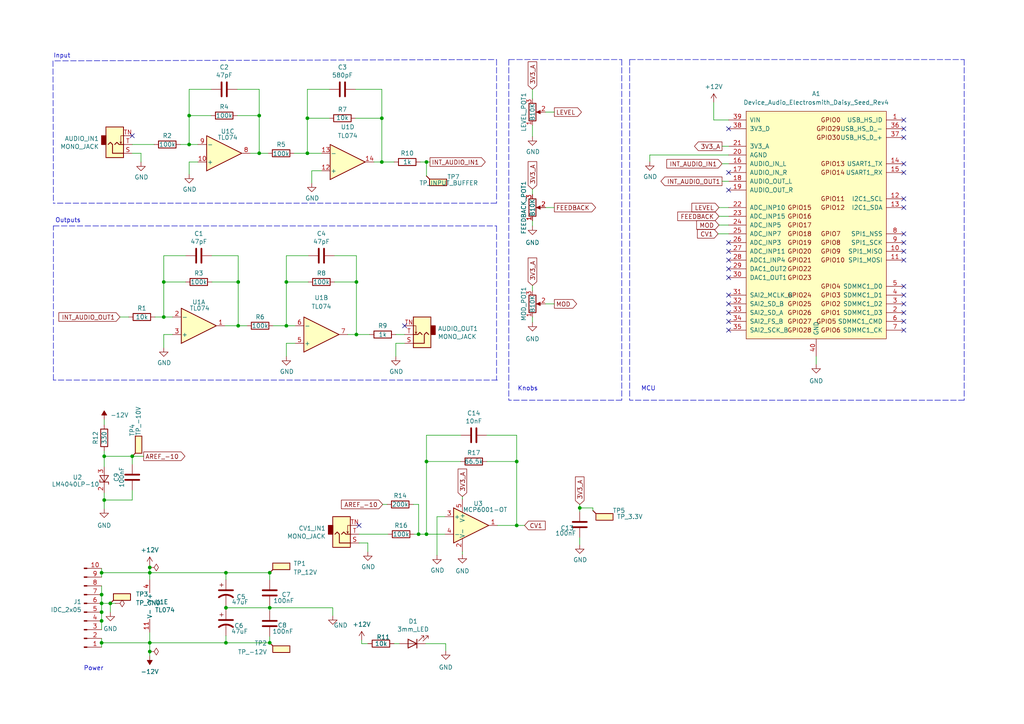
<source format=kicad_sch>
(kicad_sch (version 20211123) (generator eeschema)
  (paper "A4")
  (title_block (title "MiniVerb V2") (rev "v2.0") (comment 1 "An SMT Version of the MiniVerb Project"))
  (lib_symbols
    (symbol "Amplifier_Operational:MCP6001-OT" (pin_names (offset 0.127))
      (property "Reference" "U" (at -1.27 6.35 0))
      (property "Value" "MCP6001-OT" (at -1.27 3.81 0))
      (symbol "MCP6001-OT_0_1"
        (pin power_in line (at -2.54 -7.62 90) (length 3.81) (name "V-") (number "2"))
        (pin power_in line (at -2.54 7.62 270) (length 3.81) (name "V+") (number "5"))
      )
      (symbol "MCP6001-OT_1_1"
        (pin output line (at 7.62 0 180) (length 2.54) (name "~") (number "1"))
        (pin input line (at -7.62 2.54 0) (length 2.54) (name "+") (number "3"))
        (pin input line (at -7.62 -2.54 0) (length 2.54) (name "-") (number "4"))
      )
    )
    (symbol "Amplifier_Operational:TL074" (pin_names (offset 0.127))
      (property "Reference" "U" (at 0 5.08 0))
      (property "Value" "TL074" (at 0 -5.08 0))
      (symbol "TL074_1_1"
        (pin output line (at 7.62 0 180) (length 2.54) (name "~") (number "1"))
        (pin input line (at -7.62 -2.54 0) (length 2.54) (name "-") (number "2"))
        (pin input line (at -7.62 2.54 0) (length 2.54) (name "+") (number "3"))
      )
      (symbol "TL074_2_1"
        (pin input line (at -7.62 2.54 0) (length 2.54) (name "+") (number "5"))
        (pin input line (at -7.62 -2.54 0) (length 2.54) (name "-") (number "6"))
        (pin output line (at 7.62 0 180) (length 2.54) (name "~") (number "7"))
      )
      (symbol "TL074_3_1"
        (pin input line (at -7.62 2.54 0) (length 2.54) (name "+") (number "10"))
        (pin output line (at 7.62 0 180) (length 2.54) (name "~") (number "8"))
        (pin input line (at -7.62 -2.54 0) (length 2.54) (name "-") (number "9"))
      )
      (symbol "TL074_4_1"
        (pin input line (at -7.62 2.54 0) (length 2.54) (name "+") (number "12"))
        (pin input line (at -7.62 -2.54 0) (length 2.54) (name "-") (number "13"))
        (pin output line (at 7.62 0 180) (length 2.54) (name "~") (number "14"))
      )
      (symbol "TL074_5_1"
        (pin power_in line (at -2.54 -7.62 90) (length 3.81) (name "V-") (number "11"))
        (pin power_in line (at -2.54 7.62 270) (length 3.81) (name "V+") (number "4"))
      )
    )
    (symbol "Connector:AudioJack2_SwitchT"
      (property "Reference" "J" (at 0 8.89 0))
      (property "Value" "AudioJack2_SwitchT" (at 0 6.35 0))
      (symbol "AudioJack2_SwitchT_1_1"
        (pin passive line (at 5.08 2.54 180) (length 2.54) (name "~") (number "S"))
        (pin passive line (at 5.08 0 180) (length 2.54) (name "~") (number "T"))
        (pin passive line (at 5.08 -2.54 180) (length 2.54) (name "~") (number "TN"))
      )
    )
    (symbol "Connector:Conn_01x10_Male" (pin_names (offset 1.016) hide)
      (property "Reference" "J" (at 0 12.7 0))
      (property "Value" "Conn_01x10_Male" (at 0 -15.24 0))
      (symbol "Conn_01x10_Male_1_1"
        (pin passive line (at 5.08 10.16 180) (length 3.81) (name "Pin_1") (number "1"))
        (pin passive line (at 5.08 -12.7 180) (length 3.81) (name "Pin_10") (number "10"))
        (pin passive line (at 5.08 7.62 180) (length 3.81) (name "Pin_2") (number "2"))
        (pin passive line (at 5.08 5.08 180) (length 3.81) (name "Pin_3") (number "3"))
        (pin passive line (at 5.08 2.54 180) (length 3.81) (name "Pin_4") (number "4"))
        (pin passive line (at 5.08 0 180) (length 3.81) (name "Pin_5") (number "5"))
        (pin passive line (at 5.08 -2.54 180) (length 3.81) (name "Pin_6") (number "6"))
        (pin passive line (at 5.08 -5.08 180) (length 3.81) (name "Pin_7") (number "7"))
        (pin passive line (at 5.08 -7.62 180) (length 3.81) (name "Pin_8") (number "8"))
        (pin passive line (at 5.08 -10.16 180) (length 3.81) (name "Pin_9") (number "9"))
      )
    )
    (symbol "Connector:TestPoint_Flag" (pin_numbers hide) (pin_names (offset 0.762) hide)
      (property "Reference" "TP" (at 3.429 1.778 0))
      (property "Value" "TestPoint_Flag" (at 3.302 4.191 0))
      (symbol "TestPoint_Flag_1_1"
        (pin passive line (at 0 0 90) (length 0) (name "1") (number "1"))
      )
    )
    (symbol "Device:C" (pin_numbers hide) (pin_names (offset 0.254))
      (property "Reference" "C" (at 0.635 2.54 0))
      (property "Value" "C" (at 0.635 -2.54 0))
      (symbol "C_1_1"
        (pin passive line (at 0 3.81 270) (length 2.794) (name "~") (number "1"))
        (pin passive line (at 0 -3.81 90) (length 2.794) (name "~") (number "2"))
      )
    )
    (symbol "Device:C_Polarized_US" (pin_numbers hide) (pin_names (offset 0.254) hide)
      (property "Reference" "C" (at 0.635 2.54 0))
      (property "Value" "C_Polarized_US" (at 0.635 -2.54 0))
      (symbol "C_Polarized_US_1_1"
        (pin passive line (at 0 3.81 270) (length 2.794) (name "~") (number "1"))
        (pin passive line (at 0 -3.81 90) (length 3.302) (name "~") (number "2"))
      )
    )
    (symbol "Device:LED" (pin_numbers hide) (pin_names (offset 1.016) hide)
      (property "Reference" "D" (at 0 2.54 0))
      (property "Value" "LED" (at 0 -2.54 0))
      (symbol "LED_1_1"
        (pin passive line (at -3.81 0 0) (length 2.54) (name "K") (number "1"))
        (pin passive line (at 3.81 0 180) (length 2.54) (name "A") (number "2"))
      )
    )
    (symbol "Device:R" (pin_numbers hide) (pin_names (offset 0))
      (property "Reference" "R" (at 2.032 0 90))
      (property "Value" "R" (at 0 0 90))
      (symbol "R_1_1"
        (pin passive line (at 0 3.81 270) (length 1.27) (name "~") (number "1"))
        (pin passive line (at 0 -3.81 90) (length 1.27) (name "~") (number "2"))
      )
    )
    (symbol "Device:R_Potentiometer" (pin_names (offset 1.016) hide)
      (property "Reference" "RV" (at -4.445 0 90))
      (property "Value" "R_Potentiometer" (at -2.54 0 90))
      (symbol "R_Potentiometer_1_1"
        (pin passive line (at 0 3.81 270) (length 1.27) (name "1") (number "1"))
        (pin passive line (at 3.81 0 180) (length 1.27) (name "2") (number "2"))
        (pin passive line (at 0 -3.81 90) (length 1.27) (name "3") (number "3"))
      )
    )
    (symbol "Device_Audio_Electrosmith_Daisy_Seed:Device_Audio_Electrosmith_Daisy_Seed_Rev4" (pin_names (offset 1.016))
      (property "Reference" "A" (at -20.32 34.29 0))
      (property "Value" "Device_Audio_Electrosmith_Daisy_Seed_Rev4" (at 20.32 36.83 0))
      (symbol "Device_Audio_Electrosmith_Daisy_Seed_Rev4_0_0"
        (text "GPIO0" (at 1.27 30.48 0) (effects (font (size 1.27 1.27)) (justify left)))
        (text "GPIO1" (at 1.27 -25.4 0) (effects (font (size 1.27 1.27)) (justify left)))
        (text "GPIO10" (at 1.27 -10.16 0) (effects (font (size 1.27 1.27)) (justify left)))
        (text "GPIO11" (at 1.27 7.62 0) (effects (font (size 1.27 1.27)) (justify left)))
        (text "GPIO12" (at 1.27 5.08 0) (effects (font (size 1.27 1.27)) (justify left)))
        (text "GPIO13" (at 1.27 17.78 0) (effects (font (size 1.27 1.27)) (justify left)))
        (text "GPIO14" (at 1.27 15.24 0) (effects (font (size 1.27 1.27)) (justify left)))
        (text "GPIO15" (at -1.27 5.08 0) (effects (font (size 1.27 1.27)) (justify right)))
        (text "GPIO16" (at -1.27 2.54 0) (effects (font (size 1.27 1.27)) (justify right)))
        (text "GPIO17" (at -1.27 0 0) (effects (font (size 1.27 1.27)) (justify right)))
        (text "GPIO18" (at -1.27 -2.54 0) (effects (font (size 1.27 1.27)) (justify right)))
        (text "GPIO19" (at -1.27 -5.08 0) (effects (font (size 1.27 1.27)) (justify right)))
        (text "GPIO2" (at 1.27 -22.86 0) (effects (font (size 1.27 1.27)) (justify left)))
        (text "GPIO20" (at -1.27 -7.62 0) (effects (font (size 1.27 1.27)) (justify right)))
        (text "GPIO21" (at -1.27 -10.16 0) (effects (font (size 1.27 1.27)) (justify right)))
        (text "GPIO22" (at -1.27 -12.7 0) (effects (font (size 1.27 1.27)) (justify right)))
        (text "GPIO23" (at -1.27 -15.24 0) (effects (font (size 1.27 1.27)) (justify right)))
        (text "GPIO24" (at -1.27 -20.32 0) (effects (font (size 1.27 1.27)) (justify right)))
        (text "GPIO25" (at -1.27 -22.86 0) (effects (font (size 1.27 1.27)) (justify right)))
        (text "GPIO26" (at -1.27 -25.4 0) (effects (font (size 1.27 1.27)) (justify right)))
        (text "GPIO27" (at -1.27 -27.94 0) (effects (font (size 1.27 1.27)) (justify right)))
        (text "GPIO28" (at -1.27 -30.48 0) (effects (font (size 1.27 1.27)) (justify right)))
        (text "GPIO29" (at 0 27.94 0) (effects (font (size 1.27 1.27)) (justify left)))
        (text "GPIO3" (at 1.27 -20.32 0) (effects (font (size 1.27 1.27)) (justify left)))
        (text "GPIO30" (at 0 25.4 0) (effects (font (size 1.27 1.27)) (justify left)))
        (text "GPIO4" (at 1.27 -17.78 0) (effects (font (size 1.27 1.27)) (justify left)))
        (text "GPIO5" (at 0 -27.94 0) (effects (font (size 1.27 1.27)) (justify left)))
        (text "GPIO6" (at 1.27 -30.48 0) (effects (font (size 1.27 1.27)) (justify left)))
        (text "GPIO7" (at 1.27 -2.54 0) (effects (font (size 1.27 1.27)) (justify left)))
        (text "GPIO8" (at 1.27 -5.08 0) (effects (font (size 1.27 1.27)) (justify left)))
        (text "GPIO9" (at 1.27 -7.62 0) (effects (font (size 1.27 1.27)) (justify left)))
        (pin bidirectional line (at 25.4 30.48 180) (length 5.08) (name "USB_HS_ID") (number "1"))
        (pin bidirectional line (at 25.4 -7.62 180) (length 5.08) (name "SPI1_MISO") (number "10"))
        (pin bidirectional line (at 25.4 -10.16 180) (length 5.08) (name "SPI1_MOSI") (number "11"))
        (pin bidirectional line (at 25.4 7.62 180) (length 5.08) (name "I2C1_SCL") (number "12"))
        (pin bidirectional line (at 25.4 5.08 180) (length 5.08) (name "I2C1_SDA") (number "13"))
        (pin bidirectional line (at 25.4 17.78 180) (length 5.08) (name "USART1_TX") (number "14"))
        (pin bidirectional line (at 25.4 15.24 180) (length 5.08) (name "USART1_RX") (number "15"))
        (pin input line (at -25.4 17.78 0) (length 5.08) (name "AUDIO_IN_L") (number "16"))
        (pin input line (at -25.4 15.24 0) (length 5.08) (name "AUDIO_IN_R") (number "17"))
        (pin output line (at -25.4 12.7 0) (length 5.08) (name "AUDIO_OUT_L") (number "18"))
        (pin output line (at -25.4 10.16 0) (length 5.08) (name "AUDIO_OUT_R") (number "19"))
        (pin bidirectional line (at 25.4 -25.4 180) (length 5.08) (name "SDMMC1_D3") (number "2"))
        (pin passive line (at -25.4 20.32 0) (length 5.08) (name "AGND") (number "20"))
        (pin power_out line (at -25.4 22.86 0) (length 5.08) (name "3V3_A") (number "21"))
        (pin bidirectional line (at -25.4 5.08 0) (length 5.08) (name "ADC_INP10") (number "22"))
        (pin bidirectional line (at -25.4 2.54 0) (length 5.08) (name "ADC_INP15") (number "23"))
        (pin bidirectional line (at -25.4 0 0) (length 5.08) (name "ADC_INP5") (number "24"))
        (pin bidirectional line (at -25.4 -2.54 0) (length 5.08) (name "ADC_INP7") (number "25"))
        (pin bidirectional line (at -25.4 -5.08 0) (length 5.08) (name "ADC_INP3") (number "26"))
        (pin bidirectional line (at -25.4 -7.62 0) (length 5.08) (name "ADC_INP11") (number "27"))
        (pin bidirectional line (at -25.4 -10.16 0) (length 5.08) (name "ADC1_INP4") (number "28"))
        (pin bidirectional line (at -25.4 -12.7 0) (length 5.08) (name "DAC1_OUT2") (number "29"))
        (pin bidirectional line (at 25.4 -22.86 180) (length 5.08) (name "SDMMC1_D2") (number "3"))
        (pin bidirectional line (at -25.4 -15.24 0) (length 5.08) (name "DAC1_OUT1") (number "30"))
        (pin bidirectional line (at -25.4 -20.32 0) (length 5.08) (name "SAI2_MCLK_B") (number "31"))
        (pin bidirectional line (at -25.4 -22.86 0) (length 5.08) (name "SAI2_SD_B") (number "32"))
        (pin bidirectional line (at -25.4 -25.4 0) (length 5.08) (name "SAI2_SD_A") (number "33"))
        (pin bidirectional line (at -25.4 -27.94 0) (length 5.08) (name "SAI2_FS_B") (number "34"))
        (pin bidirectional line (at -25.4 -30.48 0) (length 5.08) (name "SAI2_SCK_B") (number "35"))
        (pin bidirectional line (at 25.4 27.94 180) (length 5.08) (name "USB_HS_D_-") (number "36"))
        (pin bidirectional line (at 25.4 25.4 180) (length 5.08) (name "USB_HS_D_+") (number "37"))
        (pin power_out line (at -25.4 27.94 0) (length 5.08) (name "3V3_D") (number "38"))
        (pin power_in line (at -25.4 30.48 0) (length 5.08) (name "VIN") (number "39"))
        (pin bidirectional line (at 25.4 -20.32 180) (length 5.08) (name "SDMMC1_D1") (number "4"))
        (pin passive line (at 0 -38.1 90) (length 5.08) (name "GND") (number "40"))
        (pin bidirectional line (at 25.4 -17.78 180) (length 5.08) (name "SDMMC1_D0") (number "5"))
        (pin bidirectional line (at 25.4 -27.94 180) (length 5.08) (name "SDMMC1_CMD") (number "6"))
        (pin bidirectional line (at 25.4 -30.48 180) (length 5.08) (name "SDMMC1_CK") (number "7"))
        (pin bidirectional line (at 25.4 -2.54 180) (length 5.08) (name "SPI1_NSS") (number "8"))
        (pin bidirectional line (at 25.4 -5.08 180) (length 5.08) (name "SPI1_SCK") (number "9"))
      )
    )
    (symbol "Reference_Voltage:LM4040LP-10" (pin_names (offset 0.0254) hide)
      (property "Reference" "U" (at 0 2.54 0))
      (property "Value" "LM4040LP-10" (at 0 -3.175 0))
      (symbol "LM4040LP-10_1_1"
        (pin passive line (at 3.81 0 180) (length 2.54) (name "K") (number "2"))
        (pin passive line (at -3.81 0 0) (length 2.54) (name "A") (number "3"))
      )
    )
    (symbol "power:+12V" (power) (pin_names (offset 0))
      (property "Value" "+12V" (at 0 3.556 0))
      (symbol "+12V_1_1"
        (pin power_in line (at 0 0 90) (length 0) hide (name "+12V") (number "1"))
      )
    )
    (symbol "power:-12V" (power) (pin_names (offset 0))
      (property "Value" "-12V" (at 0 3.81 0))
      (symbol "-12V_0_0"
        (pin power_in line (at 0 0 90) (length 0) hide (name "-12V") (number "1"))
      )
    )
    (symbol "power:GND" (power) (pin_names (offset 0))
      (property "Value" "GND" (at 0 -3.81 0))
      (symbol "GND_1_1"
        (pin power_in line (at 0 0 270) (length 0) hide (name "GND") (number "1"))
      )
    )
    (symbol "power:PWR_FLAG" (power) (pin_numbers hide) (pin_names (offset 0) hide)
      (property "Value" "PWR_FLAG" (at 0 3.81 0))
      (symbol "PWR_FLAG_0_0"
        (pin power_out line (at 0 0 90) (length 0) (name "pwr") (number "1"))
      )
    )
  )
  (junction (at 121.412 154.94))
  (junction (at 30.226 145.034))
  (junction (at 83.058 81.788))
  (junction (at 43.434 166.116))
  (junction (at 43.434 186.436))
  (junction (at 65.532 186.436))
  (junction (at 89.154 44.45))
  (junction (at 149.86 133.858))
  (junction (at 29.464 180.086))
  (junction (at 110.744 46.99))
  (junction (at 29.464 172.466))
  (junction (at 29.464 177.546))
  (junction (at 65.532 176.276))
  (junction (at 47.498 81.788))
  (junction (at 123.698 154.94))
  (junction (at 78.232 186.436))
  (junction (at 54.864 33.528))
  (junction (at 69.088 81.788))
  (junction (at 54.864 41.91))
  (junction (at 89.154 34.29))
  (junction (at 47.498 91.948))
  (junction (at 69.088 94.488))
  (junction (at 38.354 132.334))
  (junction (at 32.004 175.006))
  (junction (at 43.434 164.592))
  (junction (at 75.184 44.45))
  (junction (at 168.148 147.32))
  (junction (at 43.434 188.976))
  (junction (at 83.058 94.488))
  (junction (at 78.232 176.276))
  (junction (at 75.184 33.528))
  (junction (at 30.226 132.334))
  (junction (at 123.698 46.99))
  (junction (at 103.378 97.028))
  (junction (at 123.698 133.858))
  (junction (at 149.86 152.4))
  (junction (at 29.464 186.436))
  (junction (at 78.232 166.116))
  (junction (at 110.744 34.29))
  (junction (at 65.532 166.116))
  (junction (at 29.464 175.006))
  (junction (at 103.378 81.788))
  (junction (at 29.464 166.116))
  (no_connect (at 262.128 95.758))
  (no_connect (at 262.128 93.218))
  (no_connect (at 211.328 55.118))
  (no_connect (at 117.348 94.488))
  (no_connect (at 211.328 37.338))
  (no_connect (at 262.128 34.798))
  (no_connect (at 262.128 50.038))
  (no_connect (at 262.128 60.198))
  (no_connect (at 262.128 57.658))
  (no_connect (at 262.128 37.338))
  (no_connect (at 262.128 39.878))
  (no_connect (at 262.128 47.498))
  (no_connect (at 211.328 88.138))
  (no_connect (at 211.328 95.758))
  (no_connect (at 211.328 93.218))
  (no_connect (at 211.328 90.678))
  (no_connect (at 211.328 85.598))
  (no_connect (at 211.328 80.518))
  (no_connect (at 211.328 75.438))
  (no_connect (at 211.328 77.978))
  (no_connect (at 211.328 72.898))
  (no_connect (at 262.128 67.818))
  (no_connect (at 262.128 75.438))
  (no_connect (at 262.128 70.358))
  (no_connect (at 262.128 72.898))
  (no_connect (at 38.354 39.37))
  (no_connect (at 211.328 70.358))
  (no_connect (at 262.128 88.138))
  (no_connect (at 262.128 85.598))
  (no_connect (at 262.128 90.678))
  (no_connect (at 211.328 50.038))
  (no_connect (at 262.128 83.058))
  (no_connect (at 104.14 152.4))
  (wire (pts (xy 89.154 44.45) (xy 93.218 44.45)))
  (wire (pts (xy 126.746 149.86) (xy 129.032 149.86)))
  (wire (pts (xy 33.528 175.006) (xy 32.004 175.006)))
  (wire (pts (xy 208.28 67.818) (xy 211.328 67.818)))
  (wire (pts (xy 47.498 91.948) (xy 50.038 91.948)))
  (wire (pts (xy 208.534 60.198) (xy 211.328 60.198)))
  (wire (pts (xy 103.378 97.028) (xy 100.838 97.028)))
  (wire (pts (xy 104.902 186.69) (xy 106.68 186.69)))
  (wire (pts (xy 107.188 97.028) (xy 103.378 97.028)))
  (polyline (pts (xy 279.654 116.078) (xy 182.626 116.078)))
  (wire (pts (xy 126.746 149.86) (xy 126.746 161.036)))
  (wire (pts (xy 52.324 41.91) (xy 54.864 41.91)))
  (wire (pts (xy 65.532 176.276) (xy 78.232 176.276)))
  (wire (pts (xy 90.424 49.53) (xy 90.424 53.086)))
  (wire (pts (xy 47.498 97.028) (xy 47.498 100.838)))
  (wire (pts (xy 123.698 133.858) (xy 123.698 154.94)))
  (wire (pts (xy 103.378 81.788) (xy 103.378 97.028)))
  (wire (pts (xy 47.498 81.788) (xy 47.498 91.948)))
  (wire (pts (xy 120.142 154.94) (xy 121.412 154.94)))
  (wire (pts (xy 149.86 152.4) (xy 152.146 152.4)))
  (wire (pts (xy 65.532 186.436) (xy 65.532 184.404)))
  (wire (pts (xy 103.378 74.168) (xy 103.378 81.788)))
  (wire (pts (xy 44.958 91.948) (xy 47.498 91.948)))
  (wire (pts (xy 110.744 46.99) (xy 114.3 46.99)))
  (wire (pts (xy 104.902 185.674) (xy 104.902 186.69)))
  (wire (pts (xy 110.744 34.29) (xy 110.744 46.99)))
  (polyline (pts (xy 182.626 17.272) (xy 279.654 17.272)))
  (wire (pts (xy 78.232 176.276) (xy 96.52 176.276)))
  (polyline (pts (xy 15.494 65.532) (xy 144.018 65.532)))
  (wire (pts (xy 38.354 132.334) (xy 38.354 134.62)))
  (wire (pts (xy 29.464 186.436) (xy 43.434 186.436)))
  (wire (pts (xy 78.232 166.116) (xy 78.232 168.148)))
  (wire (pts (xy 69.088 94.488) (xy 69.088 81.788)))
  (wire (pts (xy 53.848 74.168) (xy 47.498 74.168)))
  (wire (pts (xy 43.434 186.436) (xy 43.434 188.976)))
  (wire (pts (xy 85.344 44.45) (xy 89.154 44.45)))
  (wire (pts (xy 93.218 49.53) (xy 90.424 49.53)))
  (wire (pts (xy 29.464 185.166) (xy 29.464 186.436)))
  (wire (pts (xy 211.328 44.958) (xy 188.468 44.958)))
  (wire (pts (xy 103.124 25.908) (xy 110.744 25.908)))
  (wire (pts (xy 75.184 33.528) (xy 68.834 33.528)))
  (wire (pts (xy 110.744 25.908) (xy 110.744 34.29)))
  (wire (pts (xy 54.864 25.908) (xy 54.864 33.528)))
  (wire (pts (xy 123.698 46.99) (xy 123.698 51.054)))
  (wire (pts (xy 154.432 82.804) (xy 154.432 84.328)))
  (wire (pts (xy 65.532 166.116) (xy 65.532 168.148)))
  (wire (pts (xy 160.782 32.512) (xy 158.242 32.512)))
  (wire (pts (xy 30.226 145.034) (xy 30.226 147.574)))
  (wire (pts (xy 40.894 44.45) (xy 40.894 46.99)))
  (wire (pts (xy 38.354 132.334) (xy 41.656 132.334)))
  (wire (pts (xy 54.864 33.528) (xy 54.864 41.91)))
  (wire (pts (xy 133.604 133.858) (xy 123.698 133.858)))
  (wire (pts (xy 50.038 97.028) (xy 47.498 97.028)))
  (wire (pts (xy 114.3 186.69) (xy 115.824 186.69)))
  (wire (pts (xy 141.224 126.238) (xy 149.86 126.238)))
  (wire (pts (xy 236.728 103.378) (xy 236.728 105.664)))
  (wire (pts (xy 69.088 81.788) (xy 61.468 81.788)))
  (wire (pts (xy 134.112 160.02) (xy 134.112 160.782)))
  (wire (pts (xy 38.354 44.45) (xy 40.894 44.45)))
  (polyline (pts (xy 15.367 17.653) (xy 15.494 58.928)))
  (wire (pts (xy 158.242 60.198) (xy 160.782 60.198)))
  (wire (pts (xy 149.86 152.4) (xy 144.272 152.4)))
  (polyline (pts (xy 15.875 17.653) (xy 144.018 17.272)))
  (wire (pts (xy 89.154 34.29) (xy 89.154 44.45)))
  (polyline (pts (xy 144.018 65.532) (xy 144.018 110.236)))
  (wire (pts (xy 43.434 183.388) (xy 43.434 186.436)))
  (wire (pts (xy 61.214 25.908) (xy 54.864 25.908)))
  (wire (pts (xy 34.798 91.948) (xy 37.338 91.948)))
  (wire (pts (xy 38.354 145.034) (xy 38.354 142.24)))
  (wire (pts (xy 29.464 175.006) (xy 32.004 175.006)))
  (wire (pts (xy 29.464 180.086) (xy 29.464 182.626)))
  (wire (pts (xy 61.468 74.168) (xy 69.088 74.168)))
  (wire (pts (xy 65.532 175.768) (xy 65.532 176.276)))
  (wire (pts (xy 171.958 148.082) (xy 171.958 147.32)))
  (wire (pts (xy 69.088 94.488) (xy 65.278 94.488)))
  (polyline (pts (xy 182.626 17.272) (xy 182.626 116.078)))
  (wire (pts (xy 123.444 186.69) (xy 129.286 186.69)))
  (wire (pts (xy 154.432 28.702) (xy 154.432 25.908)))
  (polyline (pts (xy 144.018 17.272) (xy 144.018 58.928)))
  (wire (pts (xy 123.698 154.94) (xy 129.032 154.94)))
  (wire (pts (xy 119.888 146.304) (xy 121.412 146.304)))
  (wire (pts (xy 53.848 81.788) (xy 47.498 81.788)))
  (polyline (pts (xy 180.34 116.078) (xy 147.574 116.078)))
  (wire (pts (xy 43.434 164.592) (xy 43.434 166.116)))
  (wire (pts (xy 149.86 126.238) (xy 149.86 133.858)))
  (wire (pts (xy 154.432 54.864) (xy 154.432 56.388)))
  (wire (pts (xy 30.226 143.002) (xy 30.226 145.034)))
  (polyline (pts (xy 180.34 17.272) (xy 180.34 116.078)))
  (wire (pts (xy 29.464 175.006) (xy 29.464 177.546)))
  (wire (pts (xy 141.224 133.858) (xy 149.86 133.858)))
  (wire (pts (xy 71.628 94.488) (xy 69.088 94.488)))
  (wire (pts (xy 29.464 177.546) (xy 29.464 180.086)))
  (wire (pts (xy 68.834 25.908) (xy 75.184 25.908)))
  (wire (pts (xy 29.464 166.116) (xy 29.464 167.386)))
  (wire (pts (xy 30.226 145.034) (xy 38.354 145.034)))
  (wire (pts (xy 65.532 166.116) (xy 78.232 166.116)))
  (wire (pts (xy 29.464 172.466) (xy 29.464 175.006)))
  (wire (pts (xy 29.464 164.846) (xy 29.464 166.116)))
  (wire (pts (xy 89.408 74.168) (xy 83.058 74.168)))
  (wire (pts (xy 30.226 130.81) (xy 30.226 132.334)))
  (wire (pts (xy 96.52 176.276) (xy 96.52 178.562)))
  (wire (pts (xy 54.864 33.528) (xy 61.214 33.528)))
  (wire (pts (xy 83.058 99.568) (xy 83.058 103.378)))
  (wire (pts (xy 154.432 36.322) (xy 154.432 39.624)))
  (wire (pts (xy 75.184 25.908) (xy 75.184 33.528)))
  (wire (pts (xy 89.154 25.908) (xy 89.154 34.29)))
  (wire (pts (xy 208.534 65.278) (xy 211.328 65.278)))
  (wire (pts (xy 134.112 144.018) (xy 134.112 144.78)))
  (wire (pts (xy 43.434 186.436) (xy 65.532 186.436)))
  (wire (pts (xy 38.354 41.91) (xy 44.704 41.91)))
  (wire (pts (xy 83.058 94.488) (xy 79.248 94.488)))
  (wire (pts (xy 114.808 99.568) (xy 114.808 103.378)))
  (wire (pts (xy 171.958 147.32) (xy 168.148 147.32)))
  (wire (pts (xy 168.148 147.32) (xy 168.148 148.336)))
  (wire (pts (xy 43.434 166.116) (xy 65.532 166.116)))
  (wire (pts (xy 30.226 132.334) (xy 30.226 135.382)))
  (wire (pts (xy 75.184 44.45) (xy 77.724 44.45)))
  (wire (pts (xy 123.698 126.238) (xy 123.698 133.858)))
  (wire (pts (xy 108.458 46.99) (xy 110.744 46.99)))
  (polyline (pts (xy 147.574 17.272) (xy 147.574 116.078)))
  (wire (pts (xy 30.226 132.334) (xy 38.354 132.334)))
  (wire (pts (xy 149.86 133.858) (xy 149.86 152.4)))
  (wire (pts (xy 117.348 99.568) (xy 114.808 99.568)))
  (wire (pts (xy 121.412 146.304) (xy 121.412 154.94)))
  (wire (pts (xy 29.464 169.926) (xy 29.464 172.466)))
  (wire (pts (xy 43.434 188.976) (xy 43.434 190.246)))
  (wire (pts (xy 133.604 126.238) (xy 123.698 126.238)))
  (wire (pts (xy 32.004 175.006) (xy 32.004 177.546)))
  (wire (pts (xy 89.154 34.29) (xy 95.504 34.29)))
  (wire (pts (xy 123.698 46.99) (xy 121.92 46.99)))
  (wire (pts (xy 168.148 155.956) (xy 168.148 157.988)))
  (wire (pts (xy 207.01 29.718) (xy 207.01 34.798)))
  (wire (pts (xy 124.714 46.99) (xy 123.698 46.99)))
  (wire (pts (xy 43.434 164.084) (xy 43.434 164.592)))
  (polyline (pts (xy 279.654 17.272) (xy 279.654 116.078)))
  (wire (pts (xy 83.058 74.168) (xy 83.058 81.788)))
  (wire (pts (xy 97.028 74.168) (xy 103.378 74.168)))
  (wire (pts (xy 54.864 46.99) (xy 57.404 46.99)))
  (wire (pts (xy 78.232 184.658) (xy 78.232 186.436)))
  (wire (pts (xy 72.644 44.45) (xy 75.184 44.45)))
  (wire (pts (xy 78.232 186.436) (xy 65.532 186.436)))
  (wire (pts (xy 43.434 166.116) (xy 43.434 168.148)))
  (wire (pts (xy 104.14 157.48) (xy 106.68 157.48)))
  (wire (pts (xy 103.124 34.29) (xy 110.744 34.29)))
  (wire (pts (xy 78.232 176.276) (xy 78.232 177.038)))
  (wire (pts (xy 209.423 47.498) (xy 211.328 47.498)))
  (wire (pts (xy 209.423 52.578) (xy 211.328 52.578)))
  (polyline (pts (xy 144.018 58.928) (xy 15.494 58.928)))
  (wire (pts (xy 65.532 176.276) (xy 65.532 176.784)))
  (wire (pts (xy 83.058 94.488) (xy 83.058 81.788)))
  (polyline (pts (xy 147.574 17.272) (xy 180.34 17.272)))
  (wire (pts (xy 85.598 99.568) (xy 83.058 99.568)))
  (wire (pts (xy 83.058 81.788) (xy 89.408 81.788)))
  (wire (pts (xy 121.412 154.94) (xy 123.698 154.94)))
  (wire (pts (xy 29.464 186.436) (xy 29.464 187.706)))
  (wire (pts (xy 110.998 146.304) (xy 112.268 146.304)))
  (wire (pts (xy 54.864 41.91) (xy 57.404 41.91)))
  (wire (pts (xy 85.598 94.488) (xy 83.058 94.488)))
  (wire (pts (xy 114.808 97.028) (xy 117.348 97.028)))
  (wire (pts (xy 54.864 46.99) (xy 54.864 50.546)))
  (wire (pts (xy 168.148 146.304) (xy 168.148 147.32)))
  (polyline (pts (xy 15.494 110.236) (xy 15.494 65.532)))
  (wire (pts (xy 209.423 42.418) (xy 211.328 42.418)))
  (wire (pts (xy 29.464 166.116) (xy 43.434 166.116)))
  (wire (pts (xy 78.232 175.768) (xy 78.232 176.276)))
  (wire (pts (xy 69.088 74.168) (xy 69.088 81.788)))
  (wire (pts (xy 188.468 44.958) (xy 188.468 46.863)))
  (wire (pts (xy 30.226 121.666) (xy 30.226 123.19)))
  (wire (pts (xy 75.184 33.528) (xy 75.184 44.45)))
  (polyline (pts (xy 144.272 110.236) (xy 15.494 110.236)))
  (wire (pts (xy 106.68 157.48) (xy 106.68 160.02)))
  (wire (pts (xy 104.14 154.94) (xy 112.522 154.94)))
  (wire (pts (xy 207.01 34.798) (xy 211.328 34.798)))
  (wire (pts (xy 97.028 81.788) (xy 103.378 81.788)))
  (wire (pts (xy 154.432 64.008) (xy 154.432 65.532)))
  (wire (pts (xy 158.242 88.138) (xy 160.782 88.138)))
  (wire (pts (xy 129.286 186.69) (xy 129.286 188.722)))
  (wire (pts (xy 154.432 91.948) (xy 154.432 93.472)))
  (wire (pts (xy 95.504 25.908) (xy 89.154 25.908)))
  (wire (pts (xy 208.534 62.738) (xy 211.328 62.738)))
  (wire (pts (xy 47.498 74.168) (xy 47.498 81.788)))
  (text "Power" (at 24.257 194.691 0) (effects (font (size 1.27 1.27)) (justify left bottom)))
  (text "Outputs\n" (at 16.002 64.77 0) (effects (font (size 1.27 1.27)) (justify left bottom)))
  (text "Knobs" (at 150.114 113.538 0) (effects (font (size 1.27 1.27)) (justify left bottom)))
  (text "MCU" (at 185.928 113.538 0) (effects (font (size 1.27 1.27)) (justify left bottom)))
  (text "Input" (at 15.494 17.018 0) (effects (font (size 1.27 1.27)) (justify left bottom)))
  (global_label "INT_AUDIO_IN1" (shape output) (at 124.714 46.99 0) (property "Intersheet References" "${INTERSHEET_REFS}" (effects hide)))
  (global_label "3V3_A" (shape output) (at 209.423 42.418 180) (property "Intersheet References" "${INTERSHEET_REFS}" (effects hide)))
  (global_label "3V3_A" (shape input) (at 154.432 54.864 90) (property "Intersheet References" "${INTERSHEET_REFS}" (effects hide)))
  (global_label "3V3_A" (shape input) (at 134.112 144.018 90) (property "Intersheet References" "${INTERSHEET_REFS}" (effects hide)))
  (global_label "INT_AUDIO_IN1" (shape input) (at 209.423 47.498 180) (property "Intersheet References" "${INTERSHEET_REFS}" (effects hide)))
  (global_label "LEVEL" (shape input) (at 208.534 60.198 180) (property "Intersheet References" "${INTERSHEET_REFS}" (effects hide)))
  (global_label "3V3_A" (shape input) (at 154.432 25.908 90) (property "Intersheet References" "${INTERSHEET_REFS}" (effects hide)))
  (global_label "FEEDBACK" (shape output) (at 160.782 60.198 0) (property "Intersheet References" "${INTERSHEET_REFS}" (effects hide)))
  (global_label "MOD" (shape input) (at 208.534 65.278 180) (property "Intersheet References" "${INTERSHEET_REFS}" (effects hide)))
  (global_label "MOD" (shape output) (at 160.782 88.138 0) (property "Intersheet References" "${INTERSHEET_REFS}" (effects hide)))
  (global_label "FEEDBACK" (shape input) (at 208.534 62.738 180) (property "Intersheet References" "${INTERSHEET_REFS}" (effects hide)))
  (global_label "3V3_A" (shape input) (at 168.148 146.304 90) (property "Intersheet References" "${INTERSHEET_REFS}" (effects hide)))
  (global_label "CV1" (shape input) (at 152.146 152.4 0) (property "Intersheet References" "${INTERSHEET_REFS}" (effects hide)))
  (global_label "AREF_-10" (shape output) (at 41.656 132.334 0) (property "Intersheet References" "${INTERSHEET_REFS}" (effects hide)))
  (global_label "AREF_-10" (shape input) (at 110.998 146.304 180) (property "Intersheet References" "${INTERSHEET_REFS}" (effects hide)))
  (global_label "3V3_A" (shape input) (at 154.432 82.804 90) (property "Intersheet References" "${INTERSHEET_REFS}" (effects hide)))
  (global_label "INT_AUDIO_OUT1" (shape input) (at 34.798 91.948 180) (property "Intersheet References" "${INTERSHEET_REFS}" (effects hide)))
  (global_label "CV1" (shape input) (at 208.28 67.818 180) (property "Intersheet References" "${INTERSHEET_REFS}" (effects hide)))
  (global_label "INT_AUDIO_OUT1" (shape output) (at 209.423 52.578 180) (property "Intersheet References" "${INTERSHEET_REFS}" (effects hide)))
  (global_label "LEVEL" (shape output) (at 160.782 32.512 0) (property "Intersheet References" "${INTERSHEET_REFS}" (effects hide)))
  (symbol (lib_id "Device:R") (at 65.024 33.528 270) (unit 1)
    (property "Reference" "R4" (at 65.024 30.988 90))
    (property "Value" "100k" (at 65.024 33.528 90))
    (property "Footprint" "Resistor_SMD:R_0603_1608Metric_Pad0.98x0.95mm_HandSolder" (effects hide))
    (property "Manufacturers Name" "YAGEO" (effects hide))
    (property "Manufacturers Part Number" "RC0603FR-07100KL " (effects hide))
    (property "Mfg #" "RC0603FR-07100KL " (effects hide))
  )
  (symbol (lib_id "Device:R") (at 48.514 41.91 270) (unit 1)
    (property "Reference" "R2" (at 48.514 39.37 90))
    (property "Value" "100k" (at 48.514 41.91 90))
    (property "Footprint" "Resistor_SMD:R_0603_1608Metric_Pad0.98x0.95mm_HandSolder" (effects hide))
    (property "Manufacturers Name" "YAGEO" (effects hide))
    (property "Manufacturers Part Number" "RC0603FR-07100KL " (effects hide))
    (property "Mfg #" "RC0603FR-07100KL " (effects hide))
  )
  (symbol (lib_id "Device:R") (at 81.534 44.45 270) (unit 1)
    (property "Reference" "R5" (at 81.534 41.91 90))
    (property "Value" "100k" (at 81.534 44.577 90))
    (property "Footprint" "Resistor_SMD:R_0603_1608Metric_Pad0.98x0.95mm_HandSolder" (effects hide))
    (property "Manufacturers Name" "YAGEO" (effects hide))
    (property "Manufacturers Part Number" "RC0603FR-07100KL " (effects hide))
    (property "Mfg #" "RC0603FR-07100KL " (effects hide))
  )
  (symbol (lib_id "Device:R") (at 99.314 34.29 270) (unit 1)
    (property "Reference" "R7" (at 99.314 31.75 90))
    (property "Value" "10k" (at 99.314 34.163 90))
    (property "Footprint" "Resistor_SMD:R_0603_1608Metric_Pad0.98x0.95mm_HandSolder" (effects hide))
    (property "Manufacturers Name" "YAGEO" (effects hide))
    (property "Manufacturers Part Number" "AC0603FR-0710KL" (effects hide))
    (property "Mfg #" "AC0603FR-0710KL" (effects hide))
  )
  (symbol (lib_id "Device:R") (at 118.11 46.99 270) (unit 1)
    (property "Reference" "R10" (at 118.11 44.45 90))
    (property "Value" "1k" (at 118.11 46.99 90))
    (property "Footprint" "Resistor_SMD:R_0603_1608Metric_Pad0.98x0.95mm_HandSolder" (effects hide))
    (property "Manufacturers Name" "YAGEO" (effects hide))
    (property "Manufacturers Part Number" "RC0603FR-071KL " (effects hide))
    (property "Mfg #" "RC0603FR-071KL " (effects hide))
  )
  (symbol (lib_id "Device:C") (at 65.024 25.908 270) (unit 1)
    (property "Reference" "C2" (at 65.024 19.5072 90))
    (property "Value" "47pF" (at 65.024 21.8186 90))
    (property "Footprint" "Capacitor_SMD:C_0603_1608Metric_Pad1.08x0.95mm_HandSolder" (effects hide))
    (property "Manufacturers Name" "YAGEO" (effects hide))
    (property "Manufacturers Part Number" "CC0603JRNPO9BN470" (effects hide))
    (property "Mfg #" "CC0603JRNPO9BN470" (effects hide))
  )
  (symbol (lib_id "Device:C") (at 99.314 25.908 270) (unit 1)
    (property "Reference" "C3" (at 99.314 19.5072 90))
    (property "Value" "580pF" (at 99.314 21.8186 90))
    (property "Footprint" "Capacitor_SMD:C_0603_1608Metric_Pad1.08x0.95mm_HandSolder" (effects hide))
  )
  (symbol (lib_id "Connector:AudioJack2_SwitchT") (at 33.274 41.91 0) (mirror x) (unit 1)
    (property "Reference" "AUDIO_IN1" (at 28.702 40.2082 0) (effects (justify right)))
    (property "Value" "MONO_JACK" (at 28.702 42.5196 0) (effects (justify right)))
    (property "Footprint" "benjiaomodular:AudioJack_3.5mm" (effects hide))
  )
  (symbol (lib_id "power:GND") (at 54.864 50.546 0) (unit 1)
    (property "Reference" "#PWR03" (effects hide))
    (property "Value" "GND" (at 54.991 54.9402 0))
  )
  (symbol (lib_id "power:GND") (at 40.894 46.99 0) (unit 1)
    (property "Reference" "#PWR01" (effects hide))
    (property "Value" "GND" (at 41.021 51.3842 0))
  )
  (symbol (lib_id "power:GND") (at 90.424 53.086 0) (unit 1)
    (property "Reference" "#PWR05" (effects hide))
    (property "Value" "GND" (at 90.551 57.4802 0))
  )
  (symbol (lib_id "Device:R") (at 41.148 91.948 270) (unit 1)
    (property "Reference" "R1" (at 41.148 89.408 90))
    (property "Value" "10k" (at 41.148 91.948 90))
    (property "Footprint" "Resistor_SMD:R_0603_1608Metric_Pad0.98x0.95mm_HandSolder" (effects hide))
    (property "Manufacturers Name" "YAGEO" (effects hide))
    (property "Manufacturers Part Number" "AC0603FR-0710KL" (effects hide))
    (property "Mfg #" "AC0603FR-0710KL" (effects hide))
  )
  (symbol (lib_id "Device:R") (at 57.658 81.788 270) (unit 1)
    (property "Reference" "R3" (at 57.658 79.248 90))
    (property "Value" "100k" (at 57.658 81.788 90))
    (property "Footprint" "Resistor_SMD:R_0603_1608Metric_Pad0.98x0.95mm_HandSolder" (effects hide))
    (property "Manufacturers Name" "YAGEO" (effects hide))
    (property "Manufacturers Part Number" "RC0603FR-07100KL " (effects hide))
    (property "Mfg #" "RC0603FR-07100KL " (effects hide))
  )
  (symbol (lib_id "Device:R") (at 93.218 81.788 270) (unit 1)
    (property "Reference" "R8" (at 93.218 79.248 90))
    (property "Value" "100k" (at 93.218 81.788 90))
    (property "Footprint" "Resistor_SMD:R_0603_1608Metric_Pad0.98x0.95mm_HandSolder" (effects hide))
    (property "Manufacturers Name" "YAGEO" (effects hide))
    (property "Manufacturers Part Number" "RC0603FR-07100KL " (effects hide))
    (property "Mfg #" "RC0603FR-07100KL " (effects hide))
  )
  (symbol (lib_id "Device:R") (at 75.438 94.488 270) (unit 1)
    (property "Reference" "R6" (at 75.438 91.948 90))
    (property "Value" "100k" (at 75.438 94.488 90))
    (property "Footprint" "Resistor_SMD:R_0603_1608Metric_Pad0.98x0.95mm_HandSolder" (effects hide))
    (property "Manufacturers Name" "YAGEO" (effects hide))
    (property "Manufacturers Part Number" "RC0603FR-07100KL " (effects hide))
    (property "Mfg #" "RC0603FR-07100KL " (effects hide))
  )
  (symbol (lib_id "Device:C") (at 57.658 74.168 270) (unit 1)
    (property "Reference" "C1" (at 57.658 67.7672 90))
    (property "Value" "47pF" (at 57.658 70.0786 90))
    (property "Footprint" "Capacitor_SMD:C_0603_1608Metric_Pad1.08x0.95mm_HandSolder" (effects hide))
    (property "Manufacturers Name" "YAGEO" (effects hide))
    (property "Manufacturers Part Number" "CC0603JRNPO9BN470" (effects hide))
    (property "Mfg #" "CC0603JRNPO9BN470" (effects hide))
  )
  (symbol (lib_id "Device:C") (at 93.218 74.168 270) (unit 1)
    (property "Reference" "C4" (at 93.218 67.7672 90))
    (property "Value" "47pF" (at 93.218 70.0786 90))
    (property "Footprint" "Capacitor_SMD:C_0603_1608Metric_Pad1.08x0.95mm_HandSolder" (effects hide))
    (property "Manufacturers Name" "YAGEO" (effects hide))
    (property "Manufacturers Part Number" "CC0603JRNPO9BN470" (effects hide))
    (property "Mfg #" "CC0603JRNPO9BN470" (effects hide))
  )
  (symbol (lib_id "power:GND") (at 47.498 100.838 0) (unit 1)
    (property "Reference" "#PWR02" (effects hide))
    (property "Value" "GND" (at 47.625 105.2322 0))
  )
  (symbol (lib_id "power:GND") (at 83.058 103.378 0) (unit 1)
    (property "Reference" "#PWR04" (effects hide))
    (property "Value" "GND" (at 83.185 107.7722 0))
  )
  (symbol (lib_id "Connector:AudioJack2_SwitchT") (at 122.428 97.028 180) (unit 1)
    (property "Reference" "AUDIO_OUT1" (at 127 95.3262 0) (effects (justify right)))
    (property "Value" "MONO_JACK" (at 127 97.6376 0) (effects (justify right)))
    (property "Footprint" "benjiaomodular:AudioJack_3.5mm" (effects hide))
  )
  (symbol (lib_id "Device:R") (at 110.998 97.028 270) (unit 1)
    (property "Reference" "R9" (at 110.998 94.488 90))
    (property "Value" "1k" (at 110.998 97.028 90))
    (property "Footprint" "Resistor_SMD:R_0603_1608Metric_Pad0.98x0.95mm_HandSolder" (effects hide))
    (property "Manufacturers Name" "YAGEO" (effects hide))
    (property "Manufacturers Part Number" "RC0603FR-071KL " (effects hide))
    (property "Mfg #" "RC0603FR-071KL " (effects hide))
  )
  (symbol (lib_id "power:GND") (at 114.808 103.378 0) (unit 1)
    (property "Reference" "#PWR06" (effects hide))
    (property "Value" "GND" (at 114.935 107.7722 0))
  )
  (symbol (lib_id "power:-12V") (at 30.226 121.666 0) (unit 1)
    (property "Reference" "#PWR07" (effects hide))
    (property "Value" "-12V" (at 32.004 120.3959 0) (effects (justify left)))
  )
  (symbol (lib_id "Device_Audio_Electrosmith_Daisy_Seed:Device_Audio_Electrosmith_Daisy_Seed_Rev4") (at 236.728 65.278 0) (unit 1)
    (property "Reference" "A1" (at 236.728 27.178 0))
    (property "Value" "Device_Audio_Electrosmith_Daisy_Seed_Rev4" (at 236.728 29.718 0))
    (property "Footprint" "daisy-seed:Device_Audio_Electrosmith_Daisy_Seed" (effects hide))
    (property "Datasheet" "https://github.com/electro-smith/DaisyWiki/wiki" (effects hide))
  )
  (symbol (lib_id "power:+12V") (at 104.902 185.674 0) (unit 1)
    (property "Reference" "#PWR0116" (effects hide))
    (property "Value" "+12V" (at 104.902 181.102 0))
  )
  (symbol (lib_id "power:GND") (at 30.226 147.574 0) (unit 1)
    (property "Reference" "#PWR08" (effects hide))
    (property "Value" "GND" (at 30.226 152.4 0))
  )
  (symbol (lib_id "Amplifier_Operational:TL074") (at 45.974 175.768 0) (unit 5)
    (property "Reference" "U1" (at 44.9072 174.5996 0) (effects (justify left)))
    (property "Value" "TL074" (at 44.9072 176.911 0) (effects (justify left)))
    (property "Footprint" "Package_SO:SOIC-14_3.9x8.7mm_P1.27mm" (effects hide))
    (property "Datasheet" "http://www.ti.com/lit/ds/symlink/tl071.pdf" (effects hide))
  )
  (symbol (lib_id "Connector:TestPoint_Flag") (at 78.232 166.116 0) (unit 1)
    (property "Reference" "TP1" (at 85.09 163.4489 0) (effects (justify left)))
    (property "Value" "TP_12V" (at 85.09 165.9889 0) (effects (justify left)))
    (property "Footprint" "TestPoint:TestPoint_THTPad_1.0x1.0mm_Drill0.5mm" (effects hide))
  )
  (symbol (lib_id "Reference_Voltage:LM4040LP-10") (at 30.226 139.192 270) (unit 1)
    (property "Reference" "U2" (at 21.082 138.43 90) (effects (justify left)))
    (property "Value" "LM4040LP-10" (at 14.986 140.462 90) (effects (justify left)))
    (property "Footprint" "Package_TO_SOT_SMD:SOT-23_Handsoldering" (effects hide))
    (property "Datasheet" "http://www.ti.com/lit/ds/symlink/lm4040-n.pdf" (effects hide))
    (property "Manufacturers Name" "Texas Instruments" (effects hide))
    (property "Manufacturers Part Number" "LM4040CIM3-10.0/NOPB" (effects hide))
    (property "Mfg #" "LM4040CIM3-10.0/NOPB" (effects hide))
  )
  (symbol (lib_id "power:GND") (at 154.432 39.624 0) (unit 1)
    (property "Reference" "#PWR0101" (effects hide))
    (property "Value" "GND" (at 154.559 44.0182 0))
  )
  (symbol (lib_id "Device:C") (at 78.232 180.848 0) (unit 1)
    (property "Reference" "C8" (at 80.518 181.356 0) (effects (justify left)))
    (property "Value" "100nF" (at 78.994 183.134 0) (effects (justify left)))
    (property "Footprint" "Capacitor_SMD:C_0603_1608Metric_Pad1.08x0.95mm_HandSolder" (effects hide))
    (property "Manufacturers Name" "YAGEO" (effects hide))
    (property "Manufacturers Part Number" "CC0805KRX7R9BB104" (effects hide))
    (property "Mfg #" "CC0805KRX7R9BB104" (effects hide))
  )
  (symbol (lib_id "power:+12V") (at 43.434 164.084 0) (unit 1)
    (property "Reference" "#PWR0103" (effects hide))
    (property "Value" "+12V" (at 43.434 159.512 0))
  )
  (symbol (lib_id "Connector:TestPoint_Flag") (at 78.232 186.436 0) (mirror x) (unit 1)
    (property "Reference" "TP2" (at 77.47 186.5629 0) (effects (justify right)))
    (property "Value" "TP_-12V" (at 77.47 189.1029 0) (effects (justify right)))
    (property "Footprint" "TestPoint:TestPoint_THTPad_1.0x1.0mm_Drill0.5mm" (effects hide))
  )
  (symbol (lib_id "power:GND") (at 126.746 161.036 0) (unit 1)
    (property "Reference" "#PWR012" (effects hide))
    (property "Value" "GND" (at 126.873 165.4302 0))
  )
  (symbol (lib_id "power:PWR_FLAG") (at 43.434 188.976 270) (unit 1)
    (property "Reference" "#FLG0101" (effects hide))
    (property "Value" "PWR_FLAG" (effects hide))
  )
  (symbol (lib_id "Amplifier_Operational:TL074") (at 57.658 94.488 0) (mirror x) (unit 1)
    (property "Reference" "U1" (at 57.658 87.63 0))
    (property "Value" "TL074" (at 57.912 89.408 0))
    (property "Footprint" "Package_SO:SOIC-14_3.9x8.7mm_P1.27mm" (effects hide))
    (property "Datasheet" "http://www.ti.com/lit/ds/symlink/tl071.pdf" (effects hide))
  )
  (symbol (lib_id "Amplifier_Operational:MCP6001-OT") (at 136.652 152.4 0) (unit 1)
    (property "Reference" "U3" (at 138.684 146.05 0))
    (property "Value" "MCP6001-OT" (at 140.716 147.828 0))
    (property "Footprint" "Package_TO_SOT_SMD:SOT-23-5" (effects hide))
    (property "Datasheet" "http://ww1.microchip.com/downloads/en/DeviceDoc/21733j.pdf" (effects hide))
    (property "Manufacturers Name" "Microchip Technology / Atmel " (effects hide))
    (property "Manufacturers Part Number" "MCP6001UT-I/OT " (effects hide))
    (property "Mfg #" "MCP6001UT-I/OT " (effects hide))
  )
  (symbol (lib_id "power:GND") (at 134.112 160.782 0) (unit 1)
    (property "Reference" "#PWR015" (effects hide))
    (property "Value" "GND" (at 134.112 165.608 0))
  )
  (symbol (lib_id "Amplifier_Operational:TL074") (at 65.024 44.45 0) (mirror x) (unit 3)
    (property "Reference" "U1" (at 66.04 38.1 0))
    (property "Value" "TL074" (at 66.04 39.878 0))
    (property "Footprint" "Package_SO:SOIC-14_3.9x8.7mm_P1.27mm" (effects hide))
    (property "Datasheet" "http://www.ti.com/lit/ds/symlink/tl071.pdf" (effects hide))
  )
  (symbol (lib_id "Device:R_Potentiometer") (at 154.432 60.198 0) (mirror x) (unit 1)
    (property "Reference" "FEEDBACK_POT1" (at 151.892 60.198 90))
    (property "Value" "B10K" (at 154.432 60.198 90))
    (property "Footprint" "benjiaomodular:Potentiometer_RV09" (effects hide))
  )
  (symbol (lib_id "Device:C") (at 78.232 171.958 0) (unit 1)
    (property "Reference" "C7" (at 81.661 172.466 0) (effects (justify left)))
    (property "Value" "100nF" (at 79.248 174.244 0) (effects (justify left)))
    (property "Footprint" "Capacitor_SMD:C_0603_1608Metric_Pad1.08x0.95mm_HandSolder" (effects hide))
    (property "Manufacturers Name" "YAGEO" (effects hide))
    (property "Manufacturers Part Number" "CC0805KRX7R9BB104" (effects hide))
    (property "Mfg #" "CC0805KRX7R9BB104" (effects hide))
  )
  (symbol (lib_id "Device:R_Potentiometer") (at 154.432 88.138 0) (mirror x) (unit 1)
    (property "Reference" "MOD_POT1" (at 151.892 88.138 90))
    (property "Value" "B10K" (at 154.432 88.138 90))
    (property "Footprint" "benjiaomodular:Potentiometer_RV09" (effects hide))
  )
  (symbol (lib_id "Device:R") (at 137.414 133.858 270) (unit 1)
    (property "Reference" "R17" (at 137.414 131.318 90))
    (property "Value" "66.5k" (at 137.414 133.858 90))
    (property "Footprint" "Resistor_SMD:R_0603_1608Metric_Pad0.98x0.95mm_HandSolder" (effects hide))
  )
  (symbol (lib_id "power:GND") (at 236.728 105.664 0) (unit 1)
    (property "Reference" "#PWR0104" (effects hide))
    (property "Value" "GND" (at 236.728 110.49 0))
  )
  (symbol (lib_id "Device:C_Polarized_US") (at 65.532 171.958 0) (unit 1)
    (property "Reference" "C5" (at 68.58 173.101 0) (effects (justify left)))
    (property "Value" "47uF" (at 67.183 174.625 0) (effects (justify left)))
    (property "Footprint" "Capacitor_SMD:C_0805_2012Metric_Pad1.18x1.45mm_HandSolder" (effects hide))
  )
  (symbol (lib_id "Connector:TestPoint_Flag") (at 123.698 51.054 0) (mirror x) (unit 1)
    (property "Reference" "TP7" (at 133.35 51.308 0) (effects (justify right)))
    (property "Value" "TP_INPUT_BUFFER" (at 138.684 53.086 0) (effects (justify right)))
    (property "Footprint" "TestPoint:TestPoint_THTPad_1.0x1.0mm_Drill0.5mm" (effects hide))
  )
  (symbol (lib_id "Connector:Conn_01x10_Male") (at 24.384 177.546 0) (mirror x) (unit 1)
    (property "Reference" "J1" (at 23.6728 174.5488 0) (effects (justify right)))
    (property "Value" "IDC_2x05" (at 23.6728 176.8602 0) (effects (justify right)))
    (property "Footprint" "Connector_IDC:IDC-Header_2x05_P2.54mm_Vertical" (effects hide))
    (property "Type" "Thru-hole" (effects hide))
    (property "LCSC Part #" "C706914" (effects hide))
    (property "Manufacturers Name" "XKB Connectivity " (effects hide))
    (property "Manufacturers Part Number" "X9555WV-2X05-6TV01" (effects hide))
    (property "Mfg #" "X9555WV-2X05-6TV01" (effects hide))
    (property "Part Description" "IDC Connector 2x05 2.54mm Pitch Straight" (effects hide))
  )
  (symbol (lib_id "power:GND") (at 154.432 65.532 0) (unit 1)
    (property "Reference" "#PWR010" (effects hide))
    (property "Value" "GND" (at 154.432 70.358 0))
  )
  (symbol (lib_id "Device:R") (at 110.49 186.69 270) (unit 1)
    (property "Reference" "R11" (at 109.22 184.785 90) (effects (justify left)))
    (property "Value" "10k" (at 108.712 186.69 90) (effects (justify left)))
    (property "Footprint" "Resistor_SMD:R_0603_1608Metric_Pad0.98x0.95mm_HandSolder" (effects hide))
    (property "LCSC Part #" "C116677" (effects hide))
    (property "Mfg #" "AC0603FR-0710KL" (effects hide))
    (property "Manufacturers Part Number" "AC0603FR-0710KL" (effects hide))
    (property "Manufacturers Name" "YAGEO" (effects hide))
    (property "Type" "Surface mount" (effects hide))
    (property "Part Description" "Thick Film Resistors - SMD 10 kOhms 100mW 0603 1% AEC-Q200 " (effects hide))
  )
  (symbol (lib_id "power:PWR_FLAG") (at 33.528 175.006 270) (unit 1)
    (property "Reference" "#FLG01" (effects hide))
    (property "Value" "PWR_FLAG" (effects hide))
  )
  (symbol (lib_id "power:GND") (at 188.468 46.863 0) (unit 1)
    (property "Reference" "#PWR0105" (effects hide))
    (property "Value" "GND" (at 188.595 51.2572 0))
  )
  (symbol (lib_id "power:GND") (at 96.52 178.562 0) (unit 1)
    (property "Reference" "#PWR0107" (effects hide))
    (property "Value" "GND" (at 98.806 181.356 0))
  )
  (symbol (lib_id "power:GND") (at 168.148 157.988 0) (unit 1)
    (property "Reference" "#PWR014" (effects hide))
    (property "Value" "GND" (at 168.275 162.3822 0))
  )
  (symbol (lib_id "Device:C") (at 168.148 152.146 0) (unit 1)
    (property "Reference" "C13" (at 162.56 153.162 0) (effects (justify left)))
    (property "Value" "100nF" (at 161.036 154.686 0) (effects (justify left)))
    (property "Footprint" "Capacitor_SMD:C_0603_1608Metric_Pad1.08x0.95mm_HandSolder" (effects hide))
    (property "Manufacturers Name" "YAGEO" (effects hide))
    (property "Manufacturers Part Number" "CC0805KRX7R9BB104" (effects hide))
    (property "Mfg #" "CC0805KRX7R9BB104" (effects hide))
  )
  (symbol (lib_id "power:-12V") (at 43.434 190.246 180) (unit 1)
    (property "Reference" "#PWR09" (effects hide))
    (property "Value" "-12V" (at 43.434 194.818 0))
  )
  (symbol (lib_id "Device:R_Potentiometer") (at 154.432 32.512 0) (mirror x) (unit 1)
    (property "Reference" "LEVEL_POT1" (at 151.892 32.512 90))
    (property "Value" "B10K" (at 154.432 32.512 90))
    (property "Footprint" "benjiaomodular:Potentiometer_RV09" (effects hide))
  )
  (symbol (lib_id "Connector:TestPoint_Flag") (at 32.004 175.006 0) (unit 1)
    (property "Reference" "TP3" (at 39.37 172.3389 0) (effects (justify left)))
    (property "Value" "TP_GND" (at 39.37 174.8789 0) (effects (justify left)))
    (property "Footprint" "TestPoint:TestPoint_Loop_D1.80mm_Drill1.0mm_Beaded" (effects hide))
  )
  (symbol (lib_id "power:GND") (at 32.004 177.546 0) (unit 1)
    (property "Reference" "#PWR0108" (effects hide))
    (property "Value" "GND" (at 32.004 182.372 0))
  )
  (symbol (lib_id "Connector:TestPoint_Flag") (at 38.354 132.334 270) (mirror x) (unit 1)
    (property "Reference" "TP4" (at 38.354 122.936 0) (effects (justify right)))
    (property "Value" "TP_-10V" (at 40.132 117.856 0) (effects (justify right)))
    (property "Footprint" "TestPoint:TestPoint_THTPad_1.0x1.0mm_Drill0.5mm" (effects hide))
  )
  (symbol (lib_id "Device:R") (at 116.332 154.94 270) (unit 1)
    (property "Reference" "R16" (at 116.332 152.4 90))
    (property "Value" "100k" (at 116.332 154.94 90))
    (property "Footprint" "Resistor_SMD:R_0603_1608Metric_Pad0.98x0.95mm_HandSolder" (effects hide))
    (property "Manufacturers Name" "YAGEO" (effects hide))
    (property "Manufacturers Part Number" "RC0603FR-07100KL " (effects hide))
    (property "Mfg #" "RC0603FR-07100KL " (effects hide))
  )
  (symbol (lib_id "Device:C") (at 38.354 138.43 0) (unit 1)
    (property "Reference" "C9" (at 33.782 138.43 90))
    (property "Value" "100nF" (at 35.306 138.43 90))
    (property "Footprint" "Capacitor_SMD:C_0603_1608Metric_Pad1.08x0.95mm_HandSolder" (effects hide))
    (property "Manufacturers Name" "YAGEO" (effects hide))
    (property "Manufacturers Part Number" "CC0805KRX7R9BB104" (effects hide))
    (property "Mfg #" "CC0805KRX7R9BB104" (effects hide))
  )
  (symbol (lib_id "Device:C_Polarized_US") (at 65.532 180.594 0) (unit 1)
    (property "Reference" "C6" (at 67.945 181.483 0) (effects (justify left)))
    (property "Value" "47uF" (at 67.056 183.134 0) (effects (justify left)))
    (property "Footprint" "Capacitor_SMD:C_0805_2012Metric_Pad1.18x1.45mm_HandSolder" (effects hide))
  )
  (symbol (lib_id "Amplifier_Operational:TL074") (at 100.838 46.99 0) (mirror x) (unit 4)
    (property "Reference" "U1" (at 100.838 36.83 0))
    (property "Value" "TL074" (at 100.838 39.37 0))
    (property "Footprint" "Package_SO:SOIC-14_3.9x8.7mm_P1.27mm" (effects hide))
    (property "Datasheet" "http://www.ti.com/lit/ds/symlink/tl071.pdf" (effects hide))
  )
  (symbol (lib_id "Device:R") (at 116.078 146.304 270) (unit 1)
    (property "Reference" "R14" (at 116.078 143.764 90))
    (property "Value" "200k" (at 116.078 146.304 90))
    (property "Footprint" "Resistor_SMD:R_0603_1608Metric_Pad0.98x0.95mm_HandSolder" (effects hide))
  )
  (symbol (lib_id "Device:LED") (at 119.634 186.69 180) (unit 1)
    (property "Reference" "D1" (at 119.8118 180.213 0))
    (property "Value" "3mm_LED" (at 119.8118 182.5244 0))
    (property "Footprint" "LED_THT:LED_D3.0mm" (effects hide))
    (property "LCSC Part #" "C2856645" (effects hide))
    (property "Manufacturers Name" "EKINGLUX" (effects hide))
    (property "Manufacturers Part Number" "EL304RD" (effects hide))
    (property "Mfg #" "EL304RD" (effects hide))
    (property "Type" "Thru-hole" (effects hide))
    (property "Part Description" "3.0mm Round Through Hole LED" (effects hide))
  )
  (symbol (lib_id "power:PWR_FLAG") (at 43.434 164.592 270) (unit 1)
    (property "Reference" "#FLG0102" (effects hide))
    (property "Value" "PWR_FLAG" (effects hide))
  )
  (symbol (lib_id "power:GND") (at 106.68 160.02 0) (unit 1)
    (property "Reference" "#PWR011" (effects hide))
    (property "Value" "GND" (at 106.807 164.4142 0))
  )
  (symbol (lib_id "Device:R") (at 30.226 127 0) (unit 1)
    (property "Reference" "R12" (at 27.686 127 90))
    (property "Value" "330" (at 30.226 127 90))
    (property "Footprint" "Resistor_SMD:R_0603_1608Metric_Pad0.98x0.95mm_HandSolder" (effects hide))
  )
  (symbol (lib_id "Connector:TestPoint_Flag") (at 171.958 148.082 0) (mirror x) (unit 1)
    (property "Reference" "TP5" (at 181.356 148.082 0) (effects (justify right)))
    (property "Value" "TP_3.3V" (at 186.436 149.86 0) (effects (justify right)))
    (property "Footprint" "TestPoint:TestPoint_THTPad_1.0x1.0mm_Drill0.5mm" (effects hide))
  )
  (symbol (lib_id "Amplifier_Operational:TL074") (at 93.218 97.028 0) (mirror x) (unit 2)
    (property "Reference" "U1" (at 93.218 86.36 0))
    (property "Value" "TL074" (at 93.218 88.9 0))
    (property "Footprint" "Package_SO:SOIC-14_3.9x8.7mm_P1.27mm" (effects hide))
    (property "Datasheet" "http://www.ti.com/lit/ds/symlink/tl071.pdf" (effects hide))
  )
  (symbol (lib_id "power:GND") (at 129.286 188.722 0) (unit 1)
    (property "Reference" "#PWR0106" (effects hide))
    (property "Value" "GND" (at 129.286 193.548 0))
  )
  (symbol (lib_id "Device:C") (at 137.414 126.238 270) (unit 1)
    (property "Reference" "C14" (at 137.414 119.8372 90))
    (property "Value" "10nF" (at 137.414 122.1486 90))
    (property "Footprint" "Capacitor_SMD:C_0603_1608Metric_Pad1.08x0.95mm_HandSolder" (effects hide))
    (property "Manufacturers Name" "YAGEO" (effects hide))
    (property "Manufacturers Part Number" "CC0603JRX7R9BB103" (effects hide))
    (property "Mfg #" "CC0603JRX7R9BB103" (effects hide))
  )
  (symbol (lib_id "Connector:AudioJack2_SwitchT") (at 99.06 154.94 0) (mirror x) (unit 1)
    (property "Reference" "CV1_IN1" (at 94.488 153.2382 0) (effects (justify right)))
    (property "Value" "MONO_JACK" (at 94.488 155.5496 0) (effects (justify right)))
    (property "Footprint" "benjiaomodular:AudioJack_3.5mm" (effects hide))
  )
  (symbol (lib_id "power:GND") (at 154.432 93.472 0) (unit 1)
    (property "Reference" "#PWR013" (effects hide))
    (property "Value" "GND" (at 154.432 98.298 0))
  )
  (symbol (lib_id "power:+12V") (at 207.01 29.718 0) (unit 1)
    (property "Reference" "#PWR0102" (effects hide))
    (property "Value" "+12V" (at 207.01 25.146 0))
  )
)
</source>
